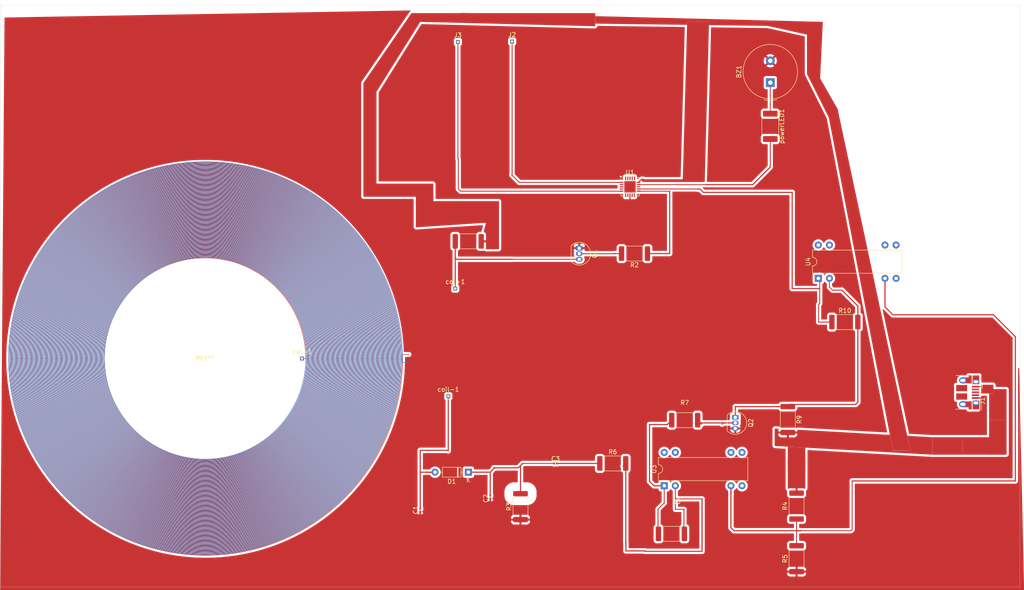
<source format=kicad_pcb>
(kicad_pcb (version 20240108) (generator "pcbnew") (generator_version "8.0")
  (layers (0 "F.Cu" signal) (31 "B.Cu" signal) (34 "B.Paste" user) (35 "F.Paste" user) (36 "B.SilkS" user "B.Silkscreen") (37 "F.SilkS" user "F.Silkscreen") (38 "B.Mask" user) (39 "F.Mask" user) (44 "Edge.Cuts" user))
  (net 0 "")
  (net 1 "GND")
  (net 2 "Net-(BZ1-+)")
  (net 3 "Net-(D1-K)")
  (net 4 "Net-(C3-Pad2)")
  (net 5 "Net-(U1-PB2)")
  (net 6 "Net-(Q1-G)")
  (net 7 "Net-(J2-Pin_1)")
  (net 8 "Net-(Q2-B)")
  (net 9 "Net-(U1-PB0)")
  (net 10 "/+v1")
  (net 11 "/-v1")
  (net 12 "/out1")
  (net 13 "/out2")
  (net 25 "/SERIAL DATA OUT(TTL)")
  (net 30 "/5V")
  (net 33 "Net-(D1-A)")
  (net 34 "Net-(Q2-C)")
  (footprint "Diode_THT:D_DO-35_SOD27_P7.62mm_Horizontal" (layer "F.Cu") (at 143 137.6 180)
    (property "Reference" "D1")
    (property "Value" "1N4148")
  )
  (footprint "Capacitor_SMD:C_0201_0603Metric" (layer "F.Cu") (at 162.91 135.6)
    (property "Reference" "C3")
    (property "Value" "12n")
  )
  (footprint "Connector_PinHeader_1.00mm:PinHeader_1x01_P1.00mm_Vertical" (layer "F.Cu") (at 140 95.6)
    (property "Reference" "col+1")
    (property "Value" "Conn_01x01_Pin")
  )
  (footprint "COIL_GENERATOR" (layer "F.Cu") (at 82.825 111.6)
    (property "Reference" "REF**")
    (property "Value" "COIL_GENERATOR")
  )
  (footprint "Buzzer_Beeper:Buzzer_TDK_PS1240P02BT_D12.2mm_H6.5mm" (layer "F.Cu") (at 212 48.5 90)
    (property "Reference" "BZ1")
    (property "Value" "Buzzer")
  )
  (footprint "Resistor_SMD:R_2512_6332Metric" (layer "F.Cu") (at 192.4375 125.7 180)
    (property "Reference" "R7")
    (property "Value" "1k2")
  )
  (footprint "Package_DIP:DIP-8-16_W7.62mm" (layer "F.Cu") (at 187.76 140.7 90)
    (property "Reference" "U3")
    (property "Value" "LM358")
  )
  (footprint "Connector_PinHeader_1.00mm:PinHeader_1x01_P1.00mm_Vertical" (layer "F.Cu") (at 140.6 39.2)
    (property "Reference" "J3")
    (property "Value" "Conn_01x01_Pin")
  )
  (footprint "Resistor_SMD:R_2512_6332Metric" (layer "F.Cu") (at 154.91 145.4825 90)
    (property "Reference" "R3")
    (property "Value" "270k")
  )
  (footprint "Connector_USB:USB_Micro-B_Amphenol_10103594-0001LF_Horizontal" (layer "F.Cu") (at 257.115 119.355 -90)
    (property "Reference" "J1")
    (property "Value" "USB_B_Micro")
  )
  (footprint "Resistor_SMD:R_2512_6332Metric" (layer "F.Cu") (at 180.9625 87.6 180)
    (property "Reference" "R2")
    (property "Value" "1k")
  )
  (footprint "Package_TO_SOT_THT:TO-92_Inline" (layer "F.Cu") (at 204 125.06 -90)
    (property "Reference" "Q2")
    (property "Value" "BC547")
  )
  (footprint "Capacitor_SMD:C_0201_0603Metric" (layer "F.Cu") (at 132 146.255 90)
    (property "Reference" "C1")
    (property "Value" "1n5")
  )
  (footprint "Connector_PinHeader_1.00mm:PinHeader_1x01_P1.00mm_Vertical" (layer "F.Cu") (at 153 39.1)
    (property "Reference" "J2")
    (property "Value" "Conn_01x01_Pin")
  )
  (footprint "Capacitor_SMD:C_0201_0603Metric" (layer "F.Cu") (at 148 143.255 90)
    (property "Reference" "C2")
    (property "Value" "4n7")
  )
  (footprint "Resistor_SMD:R_2512_6332Metric" (layer "F.Cu") (at 142.9625 84.8)
    (property "Reference" "R1" (hide yes))
    (property "Value" "100 ohm")
  )
  (footprint "LED_SMD:LED_2512_6332Metric" (layer "F.Cu") (at 212 58.5 -90)
    (property "Reference" "powerLED1")
    (property "Value" "LED")
  )
  (footprint "Resistor_SMD:R_2512_6332Metric" (layer "F.Cu") (at 218 145.35 90)
    (property "Reference" "R4")
    (property "Value" "4k7")
  )
  (footprint "Resistor_SMD:R_2512_6332Metric" (layer "F.Cu") (at 189.4 151.7 180)
    (property "Reference" "R8")
    (property "Value" "390k")
  )
  (footprint "Package_TO_SOT_THT:TO-92_Inline" (layer "F.Cu") (at 168.336348 86.36 -90)
    (property "Reference" "Q1")
    (property "Value" "BS170")
  )
  (footprint "Resistor_SMD:R_2512_6332Metric" (layer "F.Cu") (at 176 135.6)
    (property "Reference" "R6")
    (property "Value" "33k")
  )
  (footprint "Package_DIP:DIP-8-16_W7.62mm" (layer "F.Cu") (at 222.97 93.265 90)
    (property "Reference" "U4")
    (property "Value" "LM358")
  )
  (footprint "Package_DFN_QFN:QFN-20-1EP_4x4mm_P0.5mm_EP2.6x2.6mm" (layer "F.Cu") (at 179.9375 72.325)
    (property "Reference" "U1")
    (property "Value" "ATtiny13-20M")
  )
  (footprint "Resistor_SMD:R_2512_6332Metric" (layer "F.Cu") (at 216 125.5625 -90)
    (property "Reference" "R9")
    (property "Value" "33k")
  )
  (footprint "Resistor_SMD:R_2512_6332Metric" (layer "F.Cu") (at 218 157.3875 90)
    (property "Reference" "R5")
    (property "Value" "1k8")
  )
  (footprint "Connector_PinHeader_1.00mm:PinHeader_1x01_P1.00mm_Vertical" (layer "F.Cu") (at 105 111.6)
    (property "Reference" "col+1")
    (property "Value" "Conn_01x01_Pin")
  )
  (footprint "Resistor_SMD:R_2512_6332Metric" (layer "F.Cu") (at 229.0375 103.265)
    (property "Reference" "R10")
    (property "Value" "100k")
  )
  (footprint "Connector_PinHeader_1.00mm:PinHeader_1x01_P1.00mm_Vertical" (layer "F.Cu") (at 138.41 120.235)
    (property "Reference" "coil-1")
    (property "Value" "Conn_01x01_Pin")
  )
  (gr_rect (start 35.989648 30.803524) (end 269.02489 163.85925) (stroke (width 0.05)) (fill none) (layer "Edge.Cuts"))
  (segment (start 101.641 94.873) (end 101.6 94.873) (width 0) (layer "F.Cu") (net 0))
  (segment (start 258.88 120.63) (end 259.905 120.63) (width 0.2) (layer "F.Cu") (net 1))
  (segment (start 179.9375 74.25) (end 179.9375 75.5375) (width 0.25) (layer "F.Cu") (net 1))
  (segment (start 179.9375 75.5375) (end 180 75.6) (width 0.25) (layer "F.Cu") (net 1))
  (segment (start 256.58 127) (end 260.05 123.53) (width 0.2) (layer "F.Cu") (net 1))
  (segment (start 256.58 127) (end 254 127) (width 0.2) (layer "F.Cu") (net 1))
  (segment (start 259.905 120.63) (end 260.05 120.775) (width 0.2) (layer "F.Cu") (net 1))
  (segment (start 260.05 123.53) (end 260.05 120.775) (width 0.2) (layer "F.Cu") (net 1))
  (segment (start 212 48.5) (end 212 55.6) (width 0.2) (layer "F.Cu") (net 2))
  (segment (start 149 136.6) (end 154.41 136.6) (width 0.25) (layer "F.Cu") (net 3))
  (segment (start 149 136.6) (end 148 137.6) (width 0.25) (layer "F.Cu") (net 3))
  (segment (start 154.91 142.52) (end 154.91 136.1) (width 0.25) (layer "F.Cu") (net 3))
  (segment (start 154.91 136.1) (end 155.41 135.6) (width 0.25) (layer "F.Cu") (net 3))
  (segment (start 154.41 136.6) (end 155.41 135.6) (width 0.25) (layer "F.Cu") (net 3))
  (segment (start 143 137.6) (end 148 137.6) (width 0.25) (layer "F.Cu") (net 3))
  (segment (start 148 137.6) (end 148 142.935) (width 0.25) (layer "F.Cu") (net 3))
  (segment (start 148.81 136.6) (end 149 136.6) (width 0.25) (layer "F.Cu") (net 3))
  (segment (start 162.59 135.6) (end 155.41 135.6) (width 0.2) (layer "F.Cu") (net 3))
  (segment (start 163.23 135.6) (end 173.0375 135.6) (width 0.25) (layer "F.Cu") (net 4))
  (segment (start 197.275 71.825) (end 207.975 71.825) (width 0.25) (layer "F.Cu") (net 5))
  (segment (start 212 61.4) (end 212 67.4) (width 0.2) (layer "F.Cu") (net 5))
  (segment (start 207.975 71.825) (end 211.9 67.9) (width 0.25) (layer "F.Cu") (net 5))
  (segment (start 197.275 71.825) (end 181.8625 71.825) (width 0.2) (layer "F.Cu") (net 5))
  (segment (start 212 67.4) (end 212 67.8) (width 0.2) (layer "F.Cu") (net 5))
  (segment (start 212 67.8) (end 211.9 67.9) (width 0.2) (layer "F.Cu") (net 5))
  (segment (start 176.5625 87.6) (end 176.125 87.6) (width 0.2) (layer "F.Cu") (net 6))
  (segment (start 176.4325 87.63) (end 168.336348 87.63) (width 0.2) (layer "F.Cu") (net 6))
  (segment (start 176.4625 87.6) (end 176.4325 87.63) (width 0.2) (layer "F.Cu") (net 6))
  (segment (start 178 87.6) (end 176.5625 87.6) (width 0.2) (layer "F.Cu") (net 6))
  (segment (start 176.5625 87.6) (end 176.4625 87.6) (width 0.2) (layer "F.Cu") (net 6))
  (segment (start 154.625 71.325) (end 178.0125 71.325) (width 0.2) (layer "F.Cu") (net 7))
  (segment (start 152.9 69.6) (end 154.625 71.325) (width 0.2) (layer "F.Cu") (net 7))
  (segment (start 153 69.5) (end 152.9 69.6) (width 0.2) (layer "F.Cu") (net 7))
  (segment (start 153 39.1) (end 153 69.5) (width 0.2) (layer "F.Cu") (net 7))
  (segment (start 195.4 125.7) (end 196.03 126.33) (width 0.25) (layer "F.Cu") (net 8))
  (segment (start 196.03 126.33) (end 201.27 126.33) (width 0.25) (layer "F.Cu") (net 8))
  (segment (start 196.3 126.6) (end 195.4 125.7) (width 0.25) (layer "F.Cu") (net 8))
  (segment (start 204 126.33) (end 201.27 126.33) (width 0.25) (layer "F.Cu") (net 8))
  (segment (start 201.27 126.33) (end 201 126.6) (width 0.25) (layer "F.Cu") (net 8))
  (segment (start 183.925 87.6) (end 189 87.6) (width 0.25) (layer "F.Cu") (net 9))
  (segment (start 183.925 87.6) (end 184.4625 87.6) (width 0.2) (layer "F.Cu") (net 9))
  (segment (start 189 87.6) (end 189 73.325) (width 0.25) (layer "F.Cu") (net 9))
  (segment (start 189 73.325) (end 181.8625 73.325) (width 0.2) (layer "F.Cu") (net 9))
  (segment (start 230.716152 150.6875) (end 230.716152 139.6) (width 0.2) (layer "F.Cu") (net 10))
  (segment (start 238.21 93.265) (end 238.21 99.81) (width 0.25) (layer "F.Cu") (net 10))
  (segment (start 240 101.6) (end 263 101.6) (width 0.25) (layer "F.Cu") (net 10))
  (segment (start 268 106.6) (end 268 139.6) (width 0.25) (layer "F.Cu") (net 10))
  (segment (start 263 101.6) (end 268 106.6) (width 0.25) (layer "F.Cu") (net 10))
  (segment (start 219 150.9875) (end 203.6875 150.9875) (width 0.25) (layer "F.Cu") (net 10))
  (segment (start 218 150.9875) (end 219 150.9875) (width 0.2) (layer "F.Cu") (net 10))
  (segment (start 218 148.3125) (end 218 150.8875) (width 0.2) (layer "F.Cu") (net 10))
  (segment (start 203 142.5) (end 203 140.7) (width 0.2) (layer "F.Cu") (net 10))
  (segment (start 218 150.8875) (end 218 150.9875) (width 0.2) (layer "F.Cu") (net 10))
  (segment (start 230.416152 150.9875) (end 230.716152 150.6875) (width 0.2) (layer "F.Cu") (net 10))
  (segment (start 203.6875 150.9875) (end 203 150.3) (width 0.25) (layer "F.Cu") (net 10))
  (segment (start 203 150.3) (end 203 140.7) (width 0.25) (layer "F.Cu") (net 10))
  (segment (start 238.21 99.81) (end 240 101.6) (width 0.25) (layer "F.Cu") (net 10))
  (segment (start 203.1 142.6) (end 203 142.5) (width 0.2) (layer "F.Cu") (net 10))
  (segment (start 218 150.9875) (end 218 151.3875) (width 0.2) (layer "F.Cu") (net 10))
  (segment (start 219 150.9875) (end 230.416152 150.9875) (width 0.2) (layer "F.Cu") (net 10))
  (segment (start 268 139.6) (end 230.716152 139.6) (width 0.25) (layer "F.Cu") (net 10))
  (segment (start 218 154.425) (end 218 151.3875) (width 0.2) (layer "F.Cu") (net 10))
  (segment (start 183.3 155.6) (end 183.4 155.7) (width 0.25) (layer "F.Cu") (net 11))
  (segment (start 183.4 155.7) (end 196.4 155.7) (width 0.25) (layer "F.Cu") (net 11))
  (segment (start 190.4 143.7) (end 190.3 143.6) (width 0.2) (layer "F.Cu") (net 11))
  (segment (start 192.2625 150.1) (end 192.2625 146.1375) (width 0.2) (layer "F.Cu") (net 11))
  (segment (start 196.4 143.7) (end 190.4 143.7) (width 0.2) (layer "F.Cu") (net 11))
  (segment (start 190.3 146.1) (end 190.3 143.6) (width 0.2) (layer "F.Cu") (net 11))
  (segment (start 192.3 146.1) (end 190.3 146.1) (width 0.2) (layer "F.Cu") (net 11))
  (segment (start 178.9625 135.6) (end 178.9625 153.6) (width 0.25) (layer "F.Cu") (net 11))
  (segment (start 196.4 155.7) (end 196.4 143.7) (width 0.25) (layer "F.Cu") (net 11))
  (segment (start 178.9625 153.6) (end 179 153.6375) (width 0.25) (layer "F.Cu") (net 11))
  (segment (start 178.9625 135.6) (end 178.35 136.2125) (width 0.25) (layer "F.Cu") (net 11))
  (segment (start 192.2625 146.1375) (end 192.3 146.1) (width 0.2) (layer "F.Cu") (net 11))
  (segment (start 179 153.6375) (end 179 155.6) (width 0.25) (layer "F.Cu") (net 11))
  (segment (start 179 155.6) (end 183.3 155.6) (width 0.25) (layer "F.Cu") (net 11))
  (segment (start 190.3 143.6) (end 190.3 140.7) (width 0.2) (layer "F.Cu") (net 11))
  (segment (start 187.7 144.7) (end 186.3375 146.0625) (width 0.2) (layer "F.Cu") (net 12))
  (segment (start 184.4 139.7) (end 184.4 126.7) (width 0.25) (layer "F.Cu") (net 12))
  (segment (start 187.7 144.7) (end 187.76 144.64) (width 0.2) (layer "F.Cu") (net 12))
  (segment (start 185.4 140.7) (end 184.4 139.7) (width 0.25) (layer "F.Cu") (net 12))
  (segment (start 187.8 144.6) (end 187.7 144.7) (width 0.2) (layer "F.Cu") (net 12))
  (segment (start 184.4 126.7) (end 188.475 126.7) (width 0.25) (layer "F.Cu") (net 12))
  (segment (start 188.475 126.7) (end 189.475 125.7) (width 0.25) (layer "F.Cu") (net 12))
  (segment (start 187.76 140.7) (end 185.4 140.7) (width 0.25) (layer "F.Cu") (net 12))
  (segment (start 187.76 144.64) (end 187.76 140.7) (width 0.2) (layer "F.Cu") (net 12))
  (segment (start 186.3375 146.0625) (end 186.3375 150.1) (width 0.2) (layer "F.Cu") (net 12))
  (segment (start 217 73.6) (end 196.7 73.6) (width 0.25) (layer "F.Cu") (net 13))
  (segment (start 223.2875 99.015) (end 223.2875 95.6) (width 0.2) (layer "F.Cu") (net 13))
  (segment (start 223.2875 95.6) (end 223.2875 92.515) (width 0.2) (layer "F.Cu") (net 13))
  (segment (start 196.7 73.6) (end 196 72.9) (width 0.25) (layer "F.Cu") (net 13))
  (segment (start 195.925 72.825) (end 196 72.9) (width 0.2) (layer "F.Cu") (net 13))
  (segment (start 195.5 72.925) (end 195.6 72.825) (width 0.2) (layer "F.Cu") (net 13))
  (segment (start 223.0375 99.265) (end 223.0375 103.265) (width 0.2) (layer "F.Cu") (net 13))
  (segment (start 181.8625 72.825) (end 195.6 72.825) (width 0.2) (layer "F.Cu") (net 13))
  (segment (start 217 95.6) (end 217 73.6) (width 0.25) (layer "F.Cu") (net 13))
  (segment (start 195.6 72.825) (end 195.925 72.825) (width 0.2) (layer "F.Cu") (net 13))
  (segment (start 223.0375 99.265) (end 223.2875 99.015) (width 0.2) (layer "F.Cu") (net 13))
  (segment (start 223.2875 95.6) (end 217 95.6) (width 0.25) (layer "F.Cu") (net 13))
  (segment (start 226.075 103.265) (end 223.0375 103.265) (width 0.2) (layer "F.Cu") (net 13))
  (segment (start 141.225 73.325) (end 140.7 72.8) (width 0.2) (layer "F.Cu") (net 25))
  (segment (start 140.7 66) (end 140.6 65.9) (width 0.2) (layer "F.Cu") (net 25))
  (segment (start 140.7 72.8) (end 140.7 66) (width 0.2) (layer "F.Cu") (net 25))
  (segment (start 178.0125 73.325) (end 141.225 73.325) (width 0.2) (layer "F.Cu") (net 25))
  (segment (start 140.6 39.2) (end 140.6 65.9) (width 0.2) (layer "F.Cu") (net 25))
  (segment (start 182.5875 70.6) (end 183 70.6) (width 0.25) (layer "F.Cu") (net 30))
  (segment (start 181.8625 71.325) (end 182.5875 70.6) (width 0.25) (layer "F.Cu") (net 30))
  (segment (start 260.43 118.03) (end 261 118.6) (width 0.25) (layer "F.Cu") (net 30))
  (segment (start 258.88 118.03) (end 260.43 118.03) (width 0.25) (layer "F.Cu") (net 30))
  (segment (start 140 95.6) (end 140 88.6) (width 0.25) (layer "F.Cu") (net 33))
  (segment (start 135.38 137.6) (end 132 137.6) (width 0.25) (layer "F.Cu") (net 33))
  (segment (start 153 88.9) (end 168.336348 88.9) (width 0.2) (layer "F.Cu") (net 33))
  (segment (start 140 88.6) (end 140 86.3) (width 0.25) (layer "F.Cu") (net 33))
  (segment (start 132 132.6) (end 138.41 132.6) (width 0.25) (layer "F.Cu") (net 33))
  (segment (start 132 137.6) (end 132 132.6) (width 0.25) (layer "F.Cu") (net 33))
  (segment (start 152.5625 88.9) (end 153 88.9) (width 0.2) (layer "F.Cu") (net 33))
  (segment (start 134 137.6) (end 135.38 137.6) (width 0.25) (layer "F.Cu") (net 33))
  (segment (start 140.3 88.9) (end 140 88.6) (width 0.25) (layer "F.Cu") (net 33))
  (segment (start 132 145.935) (end 132 137.6) (width 0.25) (layer "F.Cu") (net 33))
  (segment (start 138.41 132.6) (end 138.41 120.235) (width 0.25) (layer "F.Cu") (net 33))
  (segment (start 135.19 137.79) (end 135.38 137.6) (width 0.2) (layer "F.Cu") (net 33))
  (segment (start 153 88.9) (end 140.3 88.9) (width 0.25) (layer "F.Cu") (net 33))
  (segment (start 138.41 132.725) (end 138.41 132.6) (width 0.25) (layer "F.Cu") (net 33))
  (segment (start 216 122.6) (end 216.5 122.1) (width 0.25) (layer "F.Cu") (net 34))
  (segment (start 232 99.6) (end 228.36 95.96) (width 0.25) (layer "F.Cu") (net 34))
  (segment (start 231.5 122.1) (end 232 121.6) (width 0.25) (layer "F.Cu") (net 34))
  (segment (start 228.36 95.96) (end 226.205 95.96) (width 0.2) (layer "F.Cu") (net 34))
  (segment (start 232 103.265) (end 232 99.6) (width 0.25) (layer "F.Cu") (net 34))
  (segment (start 216 122.6) (end 204 122.6) (width 0.25) (layer "F.Cu") (net 34))
  (segment (start 204 125.06) (end 204 122.6) (width 0.25) (layer "F.Cu") (net 34))
  (segment (start 225.51 95.265) (end 225.51 93.265) (width 0.2) (layer "F.Cu") (net 34))
  (segment (start 216.5 122.1) (end 231.5 122.1) (width 0.25) (layer "F.Cu") (net 34))
  (segment (start 232 121.6) (end 232 103.265) (width 0.25) (layer "F.Cu") (net 34))
  (segment (start 226.205 95.96) (end 225.51 95.265) (width 0.2) (layer "F.Cu") (net 34))
  (zone (net 30) (net_name "/5V") (layer "F.Cu") (priority 6) (connect_pads (clearance 0.5)) (min_thickness 0.25) (fill yes (thermal_gap 0.5) (thermal_bridge_width 0.5))
    (polygon (pts (xy 220.384615 37.523077) (xy 220.384615 46.523077) (xy 225.384615 56.523077) (xy 240 132.6) (xy 244 132.6) (xy 227.384615 54.523077) (xy 223.384615 47.523077) (xy 224 34.6) (xy 141.384615 32.523077) (xy 141 34.6) (xy 211.384615 35.523077)))
  )
  (zone (net 30) (net_name "/5V") (layer "F.Cu") (priority 2) (connect_pads (clearance 0.5)) (min_thickness 0.25) (fill yes (thermal_gap 0.5) (thermal_bridge_width 0.5))
    (polygon (pts (xy 213 131.6) (xy 249 133.6) (xy 249 129.6) (xy 213 127.6)))
  )
  (zone (net 30) (net_name "/5V") (layer "F.Cu") (priority 1) (connect_pads (clearance 0.5)) (min_thickness 0.25) (fill yes (thermal_gap 0.5) (thermal_bridge_width 0.5))
    (polygon (pts (xy 216 142.6) (xy 216 134.6) (xy 220 134.6) (xy 220 142.6)))
  )
  (zone (net 30) (net_name "/5V") (layer "F.Cu") (priority 7) (connect_pads (clearance 0.5)) (min_thickness 0.25) (fill yes (thermal_gap 0.5) (thermal_bridge_width 0.5))
    (polygon (pts (xy 172 32.6) (xy 130 32.6) (xy 119 48.6) (xy 119 74.6) (xy 131 74.6) (xy 131 81.6) (xy 146 80.6) (xy 147 80.6) (xy 146 84.6) (xy 146 86.6) (xy 150 86.6) (xy 150 75.6) (xy 135 75.6) (xy 135 71.6) (xy 122 71.6) (xy 122 50.6) (xy 132 34.6) (xy 172 35.6)))
  )
  (zone (net 30) (net_name "/5V") (layer "F.Cu") (priority 1) (connect_pads (clearance 0.5)) (min_thickness 0.25) (fill yes (thermal_gap 0.5) (thermal_bridge_width 0.5))
    (polygon (pts (xy 262 133.6) (xy 262 125.6) (xy 266 125.6) (xy 266 133.6)))
  )
  (zone (net 30) (net_name "/5V") (layer "F.Cu") (priority 1) (connect_pads (clearance 0.5)) (min_thickness 0.25) (fill yes (thermal_gap 0.5) (thermal_bridge_width 0.5))
    (polygon (pts (xy 216 137.6) (xy 216 130.6) (xy 220 130.6) (xy 220 137.6)))
  )
  (zone (net 30) (net_name "/5V") (layer "F.Cu") (priority 1) (connect_pads (clearance 0.5)) (min_thickness 0.25) (fill yes (thermal_gap 0.5) (thermal_bridge_width 0.5))
    (polygon (pts (xy 266 118.6) (xy 266 125.6) (xy 262 125.6) (xy 262 118.6)))
  )
  (zone (net 30) (net_name "/5V") (layer "F.Cu") (priority 1) (connect_pads (clearance 0.5)) (min_thickness 0.25) (fill yes (thermal_gap 0.5) (thermal_bridge_width 0.5))
    (polygon (pts (xy 256 133.6) (xy 249 133.6) (xy 249 129.6) (xy 256 129.6)))
  )
  (zone (net 30) (net_name "/5V") (layer "F.Cu") (priority 1) (connect_pads (clearance 0.5)) (min_thickness 0.25) (fill yes (thermal_gap 0.5) (thermal_bridge_width 0.5))
    (polygon (pts (xy 263 133.6) (xy 256 133.6) (xy 256 129.6) (xy 263 129.6)))
  )
  (zone (net 1) (net_name "GND") (layer "F.Cu") (connect_pads (clearance 0.5)) (min_thickness 0.25) (fill yes (thermal_gap 0.5) (thermal_bridge_width 0.5))
    (polygon (pts (xy 37 33.6) (xy 36 164.6) (xy 270 164.6) (xy 267 29.6)))
  )
  (zone (net 30) (net_name "/5V") (layer "F.Cu") (priority 8) (connect_pads (clearance 0.5)) (min_thickness 0.25) (fill yes (thermal_gap 0.5) (thermal_bridge_width 0.5))
    (polygon (pts (xy 182 70.6) (xy 181 71.6) (xy 197 71.6) (xy 198 34.6) (xy 193 34.6) (xy 192 70.6)))
  )
  (zone (net 30) (net_name "/5V") (layer "F.Cu") (priority 3) (connect_pads (clearance 0.5)) (min_thickness 0.25) (fill yes (thermal_gap 0.5) (thermal_bridge_width 0.5))
    (polygon (pts (xy 258 117.6) (xy 263 117.6) (xy 263 119.6) (xy 258 119.6)))
  )
)
</source>
